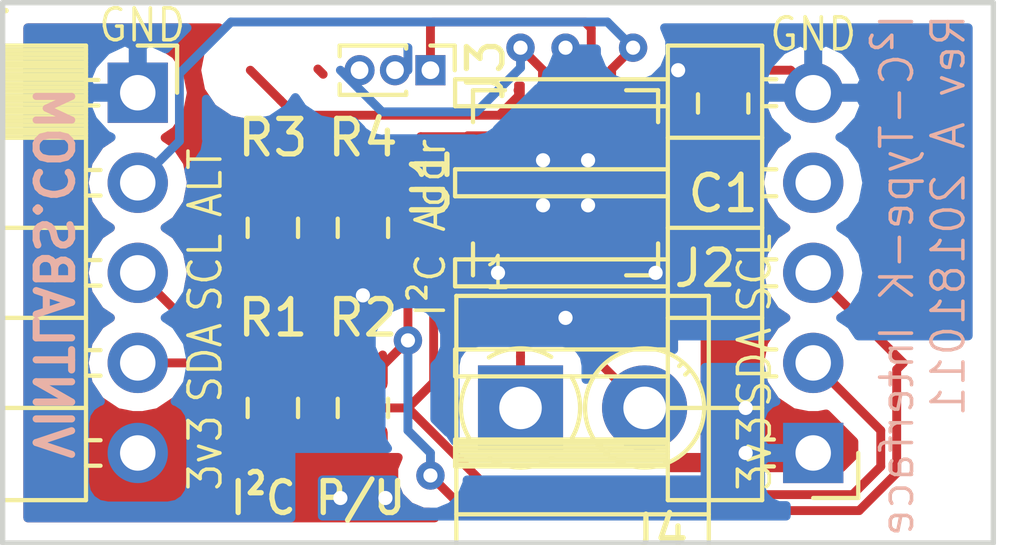
<source format=kicad_pcb>
(kicad_pcb (version 20171130) (host pcbnew 5.0.0)

  (general
    (thickness 1.6)
    (drawings 22)
    (tracks 114)
    (zones 0)
    (modules 10)
    (nets 13)
  )

  (page A4)
  (layers
    (0 F.Cu signal hide)
    (31 B.Cu signal hide)
    (32 B.Adhes user)
    (33 F.Adhes user)
    (34 B.Paste user)
    (35 F.Paste user)
    (36 B.SilkS user)
    (37 F.SilkS user)
    (38 B.Mask user)
    (39 F.Mask user)
    (40 Dwgs.User user)
    (41 Cmts.User user)
    (42 Eco1.User user)
    (43 Eco2.User user)
    (44 Edge.Cuts user)
    (45 Margin user)
    (46 B.CrtYd user)
    (47 F.CrtYd user)
    (48 B.Fab user)
    (49 F.Fab user)
  )

  (setup
    (last_trace_width 0.25)
    (trace_clearance 0.2)
    (zone_clearance 0.508)
    (zone_45_only no)
    (trace_min 0.2)
    (segment_width 0.2)
    (edge_width 0.15)
    (via_size 0.8)
    (via_drill 0.4)
    (via_min_size 0.4)
    (via_min_drill 0.3)
    (uvia_size 0.3)
    (uvia_drill 0.1)
    (uvias_allowed no)
    (uvia_min_size 0.2)
    (uvia_min_drill 0.1)
    (pcb_text_width 0.3)
    (pcb_text_size 1.5 1.5)
    (mod_edge_width 0.15)
    (mod_text_size 1 1)
    (mod_text_width 0.15)
    (pad_size 2.5 2.5)
    (pad_drill 0)
    (pad_to_mask_clearance 0.2)
    (aux_axis_origin 0 0)
    (visible_elements FFFFFF7F)
    (pcbplotparams
      (layerselection 0x010fc_ffffffff)
      (usegerberextensions false)
      (usegerberattributes false)
      (usegerberadvancedattributes false)
      (creategerberjobfile false)
      (excludeedgelayer true)
      (linewidth 0.100000)
      (plotframeref false)
      (viasonmask false)
      (mode 1)
      (useauxorigin false)
      (hpglpennumber 1)
      (hpglpenspeed 20)
      (hpglpendiameter 15.000000)
      (psnegative false)
      (psa4output false)
      (plotreference true)
      (plotvalue true)
      (plotinvisibletext false)
      (padsonsilk false)
      (subtractmaskfromsilk false)
      (outputformat 1)
      (mirror false)
      (drillshape 0)
      (scaleselection 1)
      (outputdirectory "gerber/"))
  )

  (net 0 "")
  (net 1 VDD)
  (net 2 SDA)
  (net 3 SCL)
  (net 4 "Net-(R3-Pad2)")
  (net 5 Earth)
  (net 6 "Net-(J2-Pad1)")
  (net 7 "Net-(J2-Pad2)")
  (net 8 ALERT1)
  (net 9 "Net-(J3-Pad2)")
  (net 10 "Net-(J3-Pad3)")
  (net 11 /ALERT2)
  (net 12 "Net-(J4-Pad2)")

  (net_class Default "This is the default net class."
    (clearance 0.2)
    (trace_width 0.25)
    (via_dia 0.8)
    (via_drill 0.4)
    (uvia_dia 0.3)
    (uvia_drill 0.1)
    (add_net /ALERT2)
    (add_net ALERT1)
    (add_net Earth)
    (add_net "Net-(J2-Pad1)")
    (add_net "Net-(J2-Pad2)")
    (add_net "Net-(J3-Pad2)")
    (add_net "Net-(J3-Pad3)")
    (add_net "Net-(J4-Pad2)")
    (add_net "Net-(R3-Pad2)")
    (add_net SCL)
    (add_net SDA)
    (add_net VDD)
  )

  (module Connector_PinHeader_1.00mm:PinHeader_1x03_P1.00mm_Vertical (layer F.Cu) (tedit 59FED738) (tstamp 5BC932CF)
    (at 191.135 80.645 270)
    (descr "Through hole straight pin header, 1x03, 1.00mm pitch, single row")
    (tags "Through hole pin header THT 1x03 1.00mm single row")
    (path /5BC65029)
    (fp_text reference J3 (at 0 -1.56 270) (layer F.SilkS)
      (effects (font (size 1 1) (thickness 0.15)))
    )
    (fp_text value Conn_01x03 (at 0 3.56 270) (layer F.Fab)
      (effects (font (size 1 1) (thickness 0.15)))
    )
    (fp_line (start -0.3175 -0.5) (end 0.635 -0.5) (layer F.Fab) (width 0.1))
    (fp_line (start 0.635 -0.5) (end 0.635 2.5) (layer F.Fab) (width 0.1))
    (fp_line (start 0.635 2.5) (end -0.635 2.5) (layer F.Fab) (width 0.1))
    (fp_line (start -0.635 2.5) (end -0.635 -0.1825) (layer F.Fab) (width 0.1))
    (fp_line (start -0.635 -0.1825) (end -0.3175 -0.5) (layer F.Fab) (width 0.1))
    (fp_line (start -0.695 2.56) (end -0.394493 2.56) (layer F.SilkS) (width 0.12))
    (fp_line (start 0.394493 2.56) (end 0.695 2.56) (layer F.SilkS) (width 0.12))
    (fp_line (start -0.695 0.685) (end -0.695 2.56) (layer F.SilkS) (width 0.12))
    (fp_line (start 0.695 0.685) (end 0.695 2.56) (layer F.SilkS) (width 0.12))
    (fp_line (start -0.695 0.685) (end -0.608276 0.685) (layer F.SilkS) (width 0.12))
    (fp_line (start 0.608276 0.685) (end 0.695 0.685) (layer F.SilkS) (width 0.12))
    (fp_line (start -0.695 0) (end -0.695 -0.685) (layer F.SilkS) (width 0.12))
    (fp_line (start -0.695 -0.685) (end 0 -0.685) (layer F.SilkS) (width 0.12))
    (fp_line (start -1.15 -1) (end -1.15 3) (layer F.CrtYd) (width 0.05))
    (fp_line (start -1.15 3) (end 1.15 3) (layer F.CrtYd) (width 0.05))
    (fp_line (start 1.15 3) (end 1.15 -1) (layer F.CrtYd) (width 0.05))
    (fp_line (start 1.15 -1) (end -1.15 -1) (layer F.CrtYd) (width 0.05))
    (fp_text user %R (at 0 1) (layer F.Fab)
      (effects (font (size 0.76 0.76) (thickness 0.114)))
    )
    (pad 1 thru_hole rect (at 0 0 270) (size 0.85 0.85) (drill 0.5) (layers *.Cu *.Mask)
      (net 11 /ALERT2))
    (pad 2 thru_hole oval (at 0 1 270) (size 0.85 0.85) (drill 0.5) (layers *.Cu *.Mask)
      (net 9 "Net-(J3-Pad2)"))
    (pad 3 thru_hole oval (at 0 2 270) (size 0.85 0.85) (drill 0.5) (layers *.Cu *.Mask)
      (net 10 "Net-(J3-Pad3)"))
    (model ${KISYS3DMOD}/Connector_PinHeader_1.00mm.3dshapes/PinHeader_1x03_P1.00mm_Vertical.wrl
      (at (xyz 0 0 0))
      (scale (xyz 1 1 1))
      (rotate (xyz 0 0 0))
    )
  )

  (module Connector_PinHeader_2.54mm:PinHeader_1x05_P2.54mm_Horizontal (layer F.Cu) (tedit 59FED5CB) (tstamp 5BC93276)
    (at 201.93 91.44 180)
    (descr "Through hole angled pin header, 1x05, 2.54mm pitch, 6mm pin length, single row")
    (tags "Through hole angled pin header THT 1x05 2.54mm single row")
    (path /5BC4960F)
    (fp_text reference J4 (at 4.385 -2.27 180) (layer F.SilkS)
      (effects (font (size 1 1) (thickness 0.15)))
    )
    (fp_text value Conn_01x05 (at 4.385 12.43 180) (layer F.Fab)
      (effects (font (size 1 1) (thickness 0.15)))
    )
    (fp_line (start 2.135 -1.27) (end 4.04 -1.27) (layer F.Fab) (width 0.1))
    (fp_line (start 4.04 -1.27) (end 4.04 11.43) (layer F.Fab) (width 0.1))
    (fp_line (start 4.04 11.43) (end 1.5 11.43) (layer F.Fab) (width 0.1))
    (fp_line (start 1.5 11.43) (end 1.5 -0.635) (layer F.Fab) (width 0.1))
    (fp_line (start 1.5 -0.635) (end 2.135 -1.27) (layer F.Fab) (width 0.1))
    (fp_line (start -0.32 -0.32) (end 1.5 -0.32) (layer F.Fab) (width 0.1))
    (fp_line (start -0.32 -0.32) (end -0.32 0.32) (layer F.Fab) (width 0.1))
    (fp_line (start -0.32 0.32) (end 1.5 0.32) (layer F.Fab) (width 0.1))
    (fp_line (start 4.04 -0.32) (end 10.04 -0.32) (layer F.Fab) (width 0.1))
    (fp_line (start 10.04 -0.32) (end 10.04 0.32) (layer F.Fab) (width 0.1))
    (fp_line (start 4.04 0.32) (end 10.04 0.32) (layer F.Fab) (width 0.1))
    (fp_line (start -0.32 2.22) (end 1.5 2.22) (layer F.Fab) (width 0.1))
    (fp_line (start -0.32 2.22) (end -0.32 2.86) (layer F.Fab) (width 0.1))
    (fp_line (start -0.32 2.86) (end 1.5 2.86) (layer F.Fab) (width 0.1))
    (fp_line (start 4.04 2.22) (end 10.04 2.22) (layer F.Fab) (width 0.1))
    (fp_line (start 10.04 2.22) (end 10.04 2.86) (layer F.Fab) (width 0.1))
    (fp_line (start 4.04 2.86) (end 10.04 2.86) (layer F.Fab) (width 0.1))
    (fp_line (start -0.32 4.76) (end 1.5 4.76) (layer F.Fab) (width 0.1))
    (fp_line (start -0.32 4.76) (end -0.32 5.4) (layer F.Fab) (width 0.1))
    (fp_line (start -0.32 5.4) (end 1.5 5.4) (layer F.Fab) (width 0.1))
    (fp_line (start 4.04 4.76) (end 10.04 4.76) (layer F.Fab) (width 0.1))
    (fp_line (start 10.04 4.76) (end 10.04 5.4) (layer F.Fab) (width 0.1))
    (fp_line (start 4.04 5.4) (end 10.04 5.4) (layer F.Fab) (width 0.1))
    (fp_line (start -0.32 7.3) (end 1.5 7.3) (layer F.Fab) (width 0.1))
    (fp_line (start -0.32 7.3) (end -0.32 7.94) (layer F.Fab) (width 0.1))
    (fp_line (start -0.32 7.94) (end 1.5 7.94) (layer F.Fab) (width 0.1))
    (fp_line (start 4.04 7.3) (end 10.04 7.3) (layer F.Fab) (width 0.1))
    (fp_line (start 10.04 7.3) (end 10.04 7.94) (layer F.Fab) (width 0.1))
    (fp_line (start 4.04 7.94) (end 10.04 7.94) (layer F.Fab) (width 0.1))
    (fp_line (start -0.32 9.84) (end 1.5 9.84) (layer F.Fab) (width 0.1))
    (fp_line (start -0.32 9.84) (end -0.32 10.48) (layer F.Fab) (width 0.1))
    (fp_line (start -0.32 10.48) (end 1.5 10.48) (layer F.Fab) (width 0.1))
    (fp_line (start 4.04 9.84) (end 10.04 9.84) (layer F.Fab) (width 0.1))
    (fp_line (start 10.04 9.84) (end 10.04 10.48) (layer F.Fab) (width 0.1))
    (fp_line (start 4.04 10.48) (end 10.04 10.48) (layer F.Fab) (width 0.1))
    (fp_line (start 1.44 -1.33) (end 1.44 11.49) (layer F.SilkS) (width 0.12))
    (fp_line (start 1.44 11.49) (end 4.1 11.49) (layer F.SilkS) (width 0.12))
    (fp_line (start 4.1 11.49) (end 4.1 -1.33) (layer F.SilkS) (width 0.12))
    (fp_line (start 4.1 -1.33) (end 1.44 -1.33) (layer F.SilkS) (width 0.12))
    (fp_line (start 4.1 -0.38) (end 10.1 -0.38) (layer F.SilkS) (width 0.12))
    (fp_line (start 10.1 -0.38) (end 10.1 0.38) (layer F.SilkS) (width 0.12))
    (fp_line (start 10.1 0.38) (end 4.1 0.38) (layer F.SilkS) (width 0.12))
    (fp_line (start 4.1 -0.32) (end 10.1 -0.32) (layer F.SilkS) (width 0.12))
    (fp_line (start 4.1 -0.2) (end 10.1 -0.2) (layer F.SilkS) (width 0.12))
    (fp_line (start 4.1 -0.08) (end 10.1 -0.08) (layer F.SilkS) (width 0.12))
    (fp_line (start 4.1 0.04) (end 10.1 0.04) (layer F.SilkS) (width 0.12))
    (fp_line (start 4.1 0.16) (end 10.1 0.16) (layer F.SilkS) (width 0.12))
    (fp_line (start 4.1 0.28) (end 10.1 0.28) (layer F.SilkS) (width 0.12))
    (fp_line (start 1.11 -0.38) (end 1.44 -0.38) (layer F.SilkS) (width 0.12))
    (fp_line (start 1.11 0.38) (end 1.44 0.38) (layer F.SilkS) (width 0.12))
    (fp_line (start 1.44 1.27) (end 4.1 1.27) (layer F.SilkS) (width 0.12))
    (fp_line (start 4.1 2.16) (end 10.1 2.16) (layer F.SilkS) (width 0.12))
    (fp_line (start 10.1 2.16) (end 10.1 2.92) (layer F.SilkS) (width 0.12))
    (fp_line (start 10.1 2.92) (end 4.1 2.92) (layer F.SilkS) (width 0.12))
    (fp_line (start 1.042929 2.16) (end 1.44 2.16) (layer F.SilkS) (width 0.12))
    (fp_line (start 1.042929 2.92) (end 1.44 2.92) (layer F.SilkS) (width 0.12))
    (fp_line (start 1.44 3.81) (end 4.1 3.81) (layer F.SilkS) (width 0.12))
    (fp_line (start 4.1 4.7) (end 10.1 4.7) (layer F.SilkS) (width 0.12))
    (fp_line (start 10.1 4.7) (end 10.1 5.46) (layer F.SilkS) (width 0.12))
    (fp_line (start 10.1 5.46) (end 4.1 5.46) (layer F.SilkS) (width 0.12))
    (fp_line (start 1.042929 4.7) (end 1.44 4.7) (layer F.SilkS) (width 0.12))
    (fp_line (start 1.042929 5.46) (end 1.44 5.46) (layer F.SilkS) (width 0.12))
    (fp_line (start 1.44 6.35) (end 4.1 6.35) (layer F.SilkS) (width 0.12))
    (fp_line (start 4.1 7.24) (end 10.1 7.24) (layer F.SilkS) (width 0.12))
    (fp_line (start 10.1 7.24) (end 10.1 8) (layer F.SilkS) (width 0.12))
    (fp_line (start 10.1 8) (end 4.1 8) (layer F.SilkS) (width 0.12))
    (fp_line (start 1.042929 7.24) (end 1.44 7.24) (layer F.SilkS) (width 0.12))
    (fp_line (start 1.042929 8) (end 1.44 8) (layer F.SilkS) (width 0.12))
    (fp_line (start 1.44 8.89) (end 4.1 8.89) (layer F.SilkS) (width 0.12))
    (fp_line (start 4.1 9.78) (end 10.1 9.78) (layer F.SilkS) (width 0.12))
    (fp_line (start 10.1 9.78) (end 10.1 10.54) (layer F.SilkS) (width 0.12))
    (fp_line (start 10.1 10.54) (end 4.1 10.54) (layer F.SilkS) (width 0.12))
    (fp_line (start 1.042929 9.78) (end 1.44 9.78) (layer F.SilkS) (width 0.12))
    (fp_line (start 1.042929 10.54) (end 1.44 10.54) (layer F.SilkS) (width 0.12))
    (fp_line (start -1.27 0) (end -1.27 -1.27) (layer F.SilkS) (width 0.12))
    (fp_line (start -1.27 -1.27) (end 0 -1.27) (layer F.SilkS) (width 0.12))
    (fp_line (start -1.8 -1.8) (end -1.8 11.95) (layer F.CrtYd) (width 0.05))
    (fp_line (start -1.8 11.95) (end 10.55 11.95) (layer F.CrtYd) (width 0.05))
    (fp_line (start 10.55 11.95) (end 10.55 -1.8) (layer F.CrtYd) (width 0.05))
    (fp_line (start 10.55 -1.8) (end -1.8 -1.8) (layer F.CrtYd) (width 0.05))
    (fp_text user %R (at 2.77 5.08 270) (layer F.Fab)
      (effects (font (size 1 1) (thickness 0.15)))
    )
    (pad 1 thru_hole rect (at 0 0 180) (size 1.7 1.7) (drill 1) (layers *.Cu *.Mask)
      (net 5 Earth))
    (pad 2 thru_hole oval (at 0 2.54 180) (size 1.7 1.7) (drill 1) (layers *.Cu *.Mask)
      (net 12 "Net-(J4-Pad2)"))
    (pad 3 thru_hole oval (at 0 5.08 180) (size 1.7 1.7) (drill 1) (layers *.Cu *.Mask)
      (net 3 SCL))
    (pad 4 thru_hole oval (at 0 7.62 180) (size 1.7 1.7) (drill 1) (layers *.Cu *.Mask)
      (net 2 SDA))
    (pad 5 thru_hole oval (at 0 10.16 180) (size 1.7 1.7) (drill 1) (layers *.Cu *.Mask)
      (net 1 VDD))
    (model ${KISYS3DMOD}/Connector_PinHeader_2.54mm.3dshapes/PinHeader_1x05_P2.54mm_Horizontal.wrl
      (at (xyz 0 0 0))
      (scale (xyz 1 1 1))
      (rotate (xyz 0 0 0))
    )
  )

  (module Connector_PinSocket_2.54mm:PinSocket_1x05_P2.54mm_Horizontal (layer F.Cu) (tedit 5A19A431) (tstamp 5BC9322C)
    (at 182.88 81.28)
    (descr "Through hole angled socket strip, 1x05, 2.54mm pitch, 8.51mm socket length, single row (from Kicad 4.0.7), script generated")
    (tags "Through hole angled socket strip THT 1x05 2.54mm single row")
    (path /5BC0CED6)
    (fp_text reference J1 (at -4.38 -2.77) (layer F.SilkS)
      (effects (font (size 1 1) (thickness 0.15)))
    )
    (fp_text value Conn_01x05 (at -4.38 12.93) (layer F.Fab)
      (effects (font (size 1 1) (thickness 0.15)))
    )
    (fp_line (start -10.03 -1.27) (end -2.49 -1.27) (layer F.Fab) (width 0.1))
    (fp_line (start -2.49 -1.27) (end -1.52 -0.3) (layer F.Fab) (width 0.1))
    (fp_line (start -1.52 -0.3) (end -1.52 11.43) (layer F.Fab) (width 0.1))
    (fp_line (start -1.52 11.43) (end -10.03 11.43) (layer F.Fab) (width 0.1))
    (fp_line (start -10.03 11.43) (end -10.03 -1.27) (layer F.Fab) (width 0.1))
    (fp_line (start 0 -0.3) (end -1.52 -0.3) (layer F.Fab) (width 0.1))
    (fp_line (start -1.52 0.3) (end 0 0.3) (layer F.Fab) (width 0.1))
    (fp_line (start 0 0.3) (end 0 -0.3) (layer F.Fab) (width 0.1))
    (fp_line (start 0 2.24) (end -1.52 2.24) (layer F.Fab) (width 0.1))
    (fp_line (start -1.52 2.84) (end 0 2.84) (layer F.Fab) (width 0.1))
    (fp_line (start 0 2.84) (end 0 2.24) (layer F.Fab) (width 0.1))
    (fp_line (start 0 4.78) (end -1.52 4.78) (layer F.Fab) (width 0.1))
    (fp_line (start -1.52 5.38) (end 0 5.38) (layer F.Fab) (width 0.1))
    (fp_line (start 0 5.38) (end 0 4.78) (layer F.Fab) (width 0.1))
    (fp_line (start 0 7.32) (end -1.52 7.32) (layer F.Fab) (width 0.1))
    (fp_line (start -1.52 7.92) (end 0 7.92) (layer F.Fab) (width 0.1))
    (fp_line (start 0 7.92) (end 0 7.32) (layer F.Fab) (width 0.1))
    (fp_line (start 0 9.86) (end -1.52 9.86) (layer F.Fab) (width 0.1))
    (fp_line (start -1.52 10.46) (end 0 10.46) (layer F.Fab) (width 0.1))
    (fp_line (start 0 10.46) (end 0 9.86) (layer F.Fab) (width 0.1))
    (fp_line (start -10.09 -1.21) (end -1.46 -1.21) (layer F.SilkS) (width 0.12))
    (fp_line (start -10.09 -1.091905) (end -1.46 -1.091905) (layer F.SilkS) (width 0.12))
    (fp_line (start -10.09 -0.97381) (end -1.46 -0.97381) (layer F.SilkS) (width 0.12))
    (fp_line (start -10.09 -0.855715) (end -1.46 -0.855715) (layer F.SilkS) (width 0.12))
    (fp_line (start -10.09 -0.73762) (end -1.46 -0.73762) (layer F.SilkS) (width 0.12))
    (fp_line (start -10.09 -0.619525) (end -1.46 -0.619525) (layer F.SilkS) (width 0.12))
    (fp_line (start -10.09 -0.50143) (end -1.46 -0.50143) (layer F.SilkS) (width 0.12))
    (fp_line (start -10.09 -0.383335) (end -1.46 -0.383335) (layer F.SilkS) (width 0.12))
    (fp_line (start -10.09 -0.26524) (end -1.46 -0.26524) (layer F.SilkS) (width 0.12))
    (fp_line (start -10.09 -0.147145) (end -1.46 -0.147145) (layer F.SilkS) (width 0.12))
    (fp_line (start -10.09 -0.02905) (end -1.46 -0.02905) (layer F.SilkS) (width 0.12))
    (fp_line (start -10.09 0.089045) (end -1.46 0.089045) (layer F.SilkS) (width 0.12))
    (fp_line (start -10.09 0.20714) (end -1.46 0.20714) (layer F.SilkS) (width 0.12))
    (fp_line (start -10.09 0.325235) (end -1.46 0.325235) (layer F.SilkS) (width 0.12))
    (fp_line (start -10.09 0.44333) (end -1.46 0.44333) (layer F.SilkS) (width 0.12))
    (fp_line (start -10.09 0.561425) (end -1.46 0.561425) (layer F.SilkS) (width 0.12))
    (fp_line (start -10.09 0.67952) (end -1.46 0.67952) (layer F.SilkS) (width 0.12))
    (fp_line (start -10.09 0.797615) (end -1.46 0.797615) (layer F.SilkS) (width 0.12))
    (fp_line (start -10.09 0.91571) (end -1.46 0.91571) (layer F.SilkS) (width 0.12))
    (fp_line (start -10.09 1.033805) (end -1.46 1.033805) (layer F.SilkS) (width 0.12))
    (fp_line (start -10.09 1.1519) (end -1.46 1.1519) (layer F.SilkS) (width 0.12))
    (fp_line (start -1.46 -0.36) (end -1.11 -0.36) (layer F.SilkS) (width 0.12))
    (fp_line (start -1.46 0.36) (end -1.11 0.36) (layer F.SilkS) (width 0.12))
    (fp_line (start -1.46 2.18) (end -1.05 2.18) (layer F.SilkS) (width 0.12))
    (fp_line (start -1.46 2.9) (end -1.05 2.9) (layer F.SilkS) (width 0.12))
    (fp_line (start -1.46 4.72) (end -1.05 4.72) (layer F.SilkS) (width 0.12))
    (fp_line (start -1.46 5.44) (end -1.05 5.44) (layer F.SilkS) (width 0.12))
    (fp_line (start -1.46 7.26) (end -1.05 7.26) (layer F.SilkS) (width 0.12))
    (fp_line (start -1.46 7.98) (end -1.05 7.98) (layer F.SilkS) (width 0.12))
    (fp_line (start -1.46 9.8) (end -1.05 9.8) (layer F.SilkS) (width 0.12))
    (fp_line (start -1.46 10.52) (end -1.05 10.52) (layer F.SilkS) (width 0.12))
    (fp_line (start -10.09 1.27) (end -1.46 1.27) (layer F.SilkS) (width 0.12))
    (fp_line (start -10.09 3.81) (end -1.46 3.81) (layer F.SilkS) (width 0.12))
    (fp_line (start -10.09 6.35) (end -1.46 6.35) (layer F.SilkS) (width 0.12))
    (fp_line (start -10.09 8.89) (end -1.46 8.89) (layer F.SilkS) (width 0.12))
    (fp_line (start -10.09 -1.33) (end -1.46 -1.33) (layer F.SilkS) (width 0.12))
    (fp_line (start -1.46 -1.33) (end -1.46 11.49) (layer F.SilkS) (width 0.12))
    (fp_line (start -10.09 11.49) (end -1.46 11.49) (layer F.SilkS) (width 0.12))
    (fp_line (start -10.09 -1.33) (end -10.09 11.49) (layer F.SilkS) (width 0.12))
    (fp_line (start 1.11 -1.33) (end 1.11 0) (layer F.SilkS) (width 0.12))
    (fp_line (start 0 -1.33) (end 1.11 -1.33) (layer F.SilkS) (width 0.12))
    (fp_line (start 1.75 -1.75) (end -10.55 -1.75) (layer F.CrtYd) (width 0.05))
    (fp_line (start -10.55 -1.75) (end -10.55 11.95) (layer F.CrtYd) (width 0.05))
    (fp_line (start -10.55 11.95) (end 1.75 11.95) (layer F.CrtYd) (width 0.05))
    (fp_line (start 1.75 11.95) (end 1.75 -1.75) (layer F.CrtYd) (width 0.05))
    (fp_text user %R (at -5.775 5.08 90) (layer F.Fab)
      (effects (font (size 1 1) (thickness 0.15)))
    )
    (pad 1 thru_hole rect (at 0 0) (size 1.7 1.7) (drill 1) (layers *.Cu *.Mask)
      (net 5 Earth))
    (pad 2 thru_hole oval (at 0 2.54) (size 1.7 1.7) (drill 1) (layers *.Cu *.Mask)
      (net 8 ALERT1))
    (pad 3 thru_hole oval (at 0 5.08) (size 1.7 1.7) (drill 1) (layers *.Cu *.Mask)
      (net 3 SCL))
    (pad 4 thru_hole oval (at 0 7.62) (size 1.7 1.7) (drill 1) (layers *.Cu *.Mask)
      (net 2 SDA))
    (pad 5 thru_hole oval (at 0 10.16) (size 1.7 1.7) (drill 1) (layers *.Cu *.Mask)
      (net 1 VDD))
    (model ${KISYS3DMOD}/Connector_PinSocket_2.54mm.3dshapes/PinSocket_1x05_P2.54mm_Horizontal.wrl
      (at (xyz 0 0 0))
      (scale (xyz 1 1 1))
      (rotate (xyz 0 0 0))
    )
  )

  (module Package_DFN_QFN:QFN-20-1EP_5x5mm_P0.65mm_EP3.35x3.35mm (layer F.Cu) (tedit 5B4E6D2C) (tstamp 5BC931FF)
    (at 194.945 83.82 90)
    (descr "QFN, 20 Pin (http://ww1.microchip.com/downloads/en/PackagingSpec/00000049BQ.pdf (Page 276)), generated with kicad-footprint-generator ipc_dfn_qfn_generator.py")
    (tags "QFN DFN_QFN")
    (path /5BBF06EE)
    (attr smd)
    (fp_text reference U1 (at 0 -3.8 90) (layer F.SilkS)
      (effects (font (size 1 1) (thickness 0.15)))
    )
    (fp_text value MCP9600 (at 0 3.8 90) (layer F.Fab)
      (effects (font (size 1 1) (thickness 0.15)))
    )
    (fp_line (start 1.71 -2.61) (end 2.61 -2.61) (layer F.SilkS) (width 0.12))
    (fp_line (start 2.61 -2.61) (end 2.61 -1.71) (layer F.SilkS) (width 0.12))
    (fp_line (start -1.71 2.61) (end -2.61 2.61) (layer F.SilkS) (width 0.12))
    (fp_line (start -2.61 2.61) (end -2.61 1.71) (layer F.SilkS) (width 0.12))
    (fp_line (start 1.71 2.61) (end 2.61 2.61) (layer F.SilkS) (width 0.12))
    (fp_line (start 2.61 2.61) (end 2.61 1.71) (layer F.SilkS) (width 0.12))
    (fp_line (start -1.71 -2.61) (end -2.61 -2.61) (layer F.SilkS) (width 0.12))
    (fp_line (start -1.5 -2.5) (end 2.5 -2.5) (layer F.Fab) (width 0.1))
    (fp_line (start 2.5 -2.5) (end 2.5 2.5) (layer F.Fab) (width 0.1))
    (fp_line (start 2.5 2.5) (end -2.5 2.5) (layer F.Fab) (width 0.1))
    (fp_line (start -2.5 2.5) (end -2.5 -1.5) (layer F.Fab) (width 0.1))
    (fp_line (start -2.5 -1.5) (end -1.5 -2.5) (layer F.Fab) (width 0.1))
    (fp_line (start -3.1 -3.1) (end -3.1 3.1) (layer F.CrtYd) (width 0.05))
    (fp_line (start -3.1 3.1) (end 3.1 3.1) (layer F.CrtYd) (width 0.05))
    (fp_line (start 3.1 3.1) (end 3.1 -3.1) (layer F.CrtYd) (width 0.05))
    (fp_line (start 3.1 -3.1) (end -3.1 -3.1) (layer F.CrtYd) (width 0.05))
    (fp_text user %R (at 0 0 90) (layer F.Fab)
      (effects (font (size 1 1) (thickness 0.15)))
    )
    (pad 21 smd roundrect (at 0 0 90) (size 3.35 3.35) (layers F.Cu F.Mask) (roundrect_rratio 0.074627))
    (pad "" smd roundrect (at -0.84 -0.84 90) (size 1.35 1.35) (layers F.Paste) (roundrect_rratio 0.185185))
    (pad "" smd roundrect (at -0.84 0.84 90) (size 1.35 1.35) (layers F.Paste) (roundrect_rratio 0.185185))
    (pad "" smd roundrect (at 0.84 -0.84 90) (size 1.35 1.35) (layers F.Paste) (roundrect_rratio 0.185185))
    (pad "" smd roundrect (at 0.84 0.84 90) (size 1.35 1.35) (layers F.Paste) (roundrect_rratio 0.185185))
    (pad 1 smd roundrect (at -2.475 -1.3 90) (size 0.75 0.3) (layers F.Cu F.Paste F.Mask) (roundrect_rratio 0.25)
      (net 5 Earth))
    (pad 2 smd roundrect (at -2.475 -0.65 90) (size 0.75 0.3) (layers F.Cu F.Paste F.Mask) (roundrect_rratio 0.25)
      (net 6 "Net-(J2-Pad1)"))
    (pad 3 smd roundrect (at -2.475 0 90) (size 0.75 0.3) (layers F.Cu F.Paste F.Mask) (roundrect_rratio 0.25)
      (net 5 Earth))
    (pad 4 smd roundrect (at -2.475 0.65 90) (size 0.75 0.3) (layers F.Cu F.Paste F.Mask) (roundrect_rratio 0.25)
      (net 7 "Net-(J2-Pad2)"))
    (pad 5 smd roundrect (at -2.475 1.3 90) (size 0.75 0.3) (layers F.Cu F.Paste F.Mask) (roundrect_rratio 0.25)
      (net 5 Earth))
    (pad 6 smd roundrect (at -1.3 2.475 90) (size 0.3 0.75) (layers F.Cu F.Paste F.Mask) (roundrect_rratio 0.25)
      (net 5 Earth))
    (pad 7 smd roundrect (at -0.65 2.475 90) (size 0.3 0.75) (layers F.Cu F.Paste F.Mask) (roundrect_rratio 0.25)
      (net 5 Earth))
    (pad 8 smd roundrect (at 0 2.475 90) (size 0.3 0.75) (layers F.Cu F.Paste F.Mask) (roundrect_rratio 0.25)
      (net 1 VDD))
    (pad 9 smd roundrect (at 0.65 2.475 90) (size 0.3 0.75) (layers F.Cu F.Paste F.Mask) (roundrect_rratio 0.25)
      (net 5 Earth))
    (pad 10 smd roundrect (at 1.3 2.475 90) (size 0.3 0.75) (layers F.Cu F.Paste F.Mask) (roundrect_rratio 0.25)
      (net 5 Earth))
    (pad 11 smd roundrect (at 2.475 1.3 90) (size 0.75 0.3) (layers F.Cu F.Paste F.Mask) (roundrect_rratio 0.25)
      (net 8 ALERT1))
    (pad 12 smd roundrect (at 2.475 0.65 90) (size 0.75 0.3) (layers F.Cu F.Paste F.Mask) (roundrect_rratio 0.25)
      (net 11 /ALERT2))
    (pad 13 smd roundrect (at 2.475 0 90) (size 0.75 0.3) (layers F.Cu F.Paste F.Mask) (roundrect_rratio 0.25)
      (net 5 Earth))
    (pad 14 smd roundrect (at 2.475 -0.65 90) (size 0.75 0.3) (layers F.Cu F.Paste F.Mask) (roundrect_rratio 0.25)
      (net 9 "Net-(J3-Pad2)"))
    (pad 15 smd roundrect (at 2.475 -1.3 90) (size 0.75 0.3) (layers F.Cu F.Paste F.Mask) (roundrect_rratio 0.25)
      (net 10 "Net-(J3-Pad3)"))
    (pad 16 smd roundrect (at 1.3 -2.475 90) (size 0.3 0.75) (layers F.Cu F.Paste F.Mask) (roundrect_rratio 0.25)
      (net 4 "Net-(R3-Pad2)"))
    (pad 17 smd roundrect (at 0.65 -2.475 90) (size 0.3 0.75) (layers F.Cu F.Paste F.Mask) (roundrect_rratio 0.25)
      (net 5 Earth))
    (pad 18 smd roundrect (at 0 -2.475 90) (size 0.3 0.75) (layers F.Cu F.Paste F.Mask) (roundrect_rratio 0.25)
      (net 5 Earth))
    (pad 19 smd roundrect (at -0.65 -2.475 90) (size 0.3 0.75) (layers F.Cu F.Paste F.Mask) (roundrect_rratio 0.25)
      (net 3 SCL))
    (pad 20 smd roundrect (at -1.3 -2.475 90) (size 0.3 0.75) (layers F.Cu F.Paste F.Mask) (roundrect_rratio 0.25)
      (net 2 SDA))
    (model ${KISYS3DMOD}/Package_DFN_QFN.3dshapes/QFN-20-1EP_5x5mm_P0.65mm_EP3.35x3.35mm.wrl
      (at (xyz 0 0 0))
      (scale (xyz 1 1 1))
      (rotate (xyz 0 0 0))
    )
  )

  (module Capacitor_SMD:C_0805_2012Metric (layer F.Cu) (tedit 5BBFEB2D) (tstamp 5BCB1204)
    (at 199.39 81.5825 90)
    (descr "Capacitor SMD 0805 (2012 Metric), square (rectangular) end terminal, IPC_7351 nominal, (Body size source: https://docs.google.com/spreadsheets/d/1BsfQQcO9C6DZCsRaXUlFlo91Tg2WpOkGARC1WS5S8t0/edit?usp=sharing), generated with kicad-footprint-generator")
    (tags capacitor)
    (path /5BBF23E1)
    (attr smd)
    (fp_text reference C1 (at -2.54 0 180) (layer F.SilkS)
      (effects (font (size 1 1) (thickness 0.15)))
    )
    (fp_text value 10uF (at 0 1.65 90) (layer F.Fab) hide
      (effects (font (size 1 1) (thickness 0.15)))
    )
    (fp_line (start -1 0.6) (end -1 -0.6) (layer F.Fab) (width 0.1))
    (fp_line (start -1 -0.6) (end 1 -0.6) (layer F.Fab) (width 0.1))
    (fp_line (start 1 -0.6) (end 1 0.6) (layer F.Fab) (width 0.1))
    (fp_line (start 1 0.6) (end -1 0.6) (layer F.Fab) (width 0.1))
    (fp_line (start -0.258578 -0.71) (end 0.258578 -0.71) (layer F.SilkS) (width 0.12))
    (fp_line (start -0.258578 0.71) (end 0.258578 0.71) (layer F.SilkS) (width 0.12))
    (fp_line (start -1.68 0.95) (end -1.68 -0.95) (layer F.CrtYd) (width 0.05))
    (fp_line (start -1.68 -0.95) (end 1.68 -0.95) (layer F.CrtYd) (width 0.05))
    (fp_line (start 1.68 -0.95) (end 1.68 0.95) (layer F.CrtYd) (width 0.05))
    (fp_line (start 1.68 0.95) (end -1.68 0.95) (layer F.CrtYd) (width 0.05))
    (fp_text user %R (at 0 0 90) (layer F.Fab)
      (effects (font (size 0.5 0.5) (thickness 0.08)))
    )
    (pad 1 smd roundrect (at -0.9375 0 90) (size 0.975 1.4) (layers F.Cu F.Paste F.Mask) (roundrect_rratio 0.25)
      (net 1 VDD))
    (pad 2 smd roundrect (at 0.9375 0 90) (size 0.975 1.4) (layers F.Cu F.Paste F.Mask) (roundrect_rratio 0.25)
      (net 5 Earth))
    (model ${KISYS3DMOD}/Capacitor_SMD.3dshapes/C_0805_2012Metric.wrl
      (at (xyz 0 0 0))
      (scale (xyz 1 1 1))
      (rotate (xyz 0 0 0))
    )
  )

  (module Resistor_SMD:R_0805_2012Metric (layer F.Cu) (tedit 5B36C52B) (tstamp 5BCB1123)
    (at 189.23 85.09 270)
    (descr "Resistor SMD 0805 (2012 Metric), square (rectangular) end terminal, IPC_7351 nominal, (Body size source: https://docs.google.com/spreadsheets/d/1BsfQQcO9C6DZCsRaXUlFlo91Tg2WpOkGARC1WS5S8t0/edit?usp=sharing), generated with kicad-footprint-generator")
    (tags resistor)
    (path /5BBF9637)
    (attr smd)
    (fp_text reference R4 (at -2.54 0) (layer F.SilkS)
      (effects (font (size 1 1) (thickness 0.15)))
    )
    (fp_text value 10k (at 0 1.65 270) (layer F.Fab)
      (effects (font (size 1 1) (thickness 0.15)))
    )
    (fp_text user %R (at 0 0 270) (layer F.Fab)
      (effects (font (size 0.5 0.5) (thickness 0.08)))
    )
    (fp_line (start 1.68 0.95) (end -1.68 0.95) (layer F.CrtYd) (width 0.05))
    (fp_line (start 1.68 -0.95) (end 1.68 0.95) (layer F.CrtYd) (width 0.05))
    (fp_line (start -1.68 -0.95) (end 1.68 -0.95) (layer F.CrtYd) (width 0.05))
    (fp_line (start -1.68 0.95) (end -1.68 -0.95) (layer F.CrtYd) (width 0.05))
    (fp_line (start -0.258578 0.71) (end 0.258578 0.71) (layer F.SilkS) (width 0.12))
    (fp_line (start -0.258578 -0.71) (end 0.258578 -0.71) (layer F.SilkS) (width 0.12))
    (fp_line (start 1 0.6) (end -1 0.6) (layer F.Fab) (width 0.1))
    (fp_line (start 1 -0.6) (end 1 0.6) (layer F.Fab) (width 0.1))
    (fp_line (start -1 -0.6) (end 1 -0.6) (layer F.Fab) (width 0.1))
    (fp_line (start -1 0.6) (end -1 -0.6) (layer F.Fab) (width 0.1))
    (pad 2 smd roundrect (at 0.9375 0 270) (size 0.975 1.4) (layers F.Cu F.Paste F.Mask) (roundrect_rratio 0.25)
      (net 5 Earth))
    (pad 1 smd roundrect (at -0.9375 0 270) (size 0.975 1.4) (layers F.Cu F.Paste F.Mask) (roundrect_rratio 0.25)
      (net 4 "Net-(R3-Pad2)"))
    (model ${KISYS3DMOD}/Resistor_SMD.3dshapes/R_0805_2012Metric.wrl
      (at (xyz 0 0 0))
      (scale (xyz 1 1 1))
      (rotate (xyz 0 0 0))
    )
  )

  (module Resistor_SMD:R_0805_2012Metric (layer F.Cu) (tedit 5B36C52B) (tstamp 5BCB1112)
    (at 186.69 85.09 90)
    (descr "Resistor SMD 0805 (2012 Metric), square (rectangular) end terminal, IPC_7351 nominal, (Body size source: https://docs.google.com/spreadsheets/d/1BsfQQcO9C6DZCsRaXUlFlo91Tg2WpOkGARC1WS5S8t0/edit?usp=sharing), generated with kicad-footprint-generator")
    (tags resistor)
    (path /5BBF956A)
    (attr smd)
    (fp_text reference R3 (at 2.54 0 180) (layer F.SilkS)
      (effects (font (size 1 1) (thickness 0.15)))
    )
    (fp_text value 10k (at 0 1.65 90) (layer F.Fab)
      (effects (font (size 1 1) (thickness 0.15)))
    )
    (fp_line (start -1 0.6) (end -1 -0.6) (layer F.Fab) (width 0.1))
    (fp_line (start -1 -0.6) (end 1 -0.6) (layer F.Fab) (width 0.1))
    (fp_line (start 1 -0.6) (end 1 0.6) (layer F.Fab) (width 0.1))
    (fp_line (start 1 0.6) (end -1 0.6) (layer F.Fab) (width 0.1))
    (fp_line (start -0.258578 -0.71) (end 0.258578 -0.71) (layer F.SilkS) (width 0.12))
    (fp_line (start -0.258578 0.71) (end 0.258578 0.71) (layer F.SilkS) (width 0.12))
    (fp_line (start -1.68 0.95) (end -1.68 -0.95) (layer F.CrtYd) (width 0.05))
    (fp_line (start -1.68 -0.95) (end 1.68 -0.95) (layer F.CrtYd) (width 0.05))
    (fp_line (start 1.68 -0.95) (end 1.68 0.95) (layer F.CrtYd) (width 0.05))
    (fp_line (start 1.68 0.95) (end -1.68 0.95) (layer F.CrtYd) (width 0.05))
    (fp_text user %R (at 0 0 90) (layer F.Fab)
      (effects (font (size 0.5 0.5) (thickness 0.08)))
    )
    (pad 1 smd roundrect (at -0.9375 0 90) (size 0.975 1.4) (layers F.Cu F.Paste F.Mask) (roundrect_rratio 0.25)
      (net 1 VDD))
    (pad 2 smd roundrect (at 0.9375 0 90) (size 0.975 1.4) (layers F.Cu F.Paste F.Mask) (roundrect_rratio 0.25)
      (net 4 "Net-(R3-Pad2)"))
    (model ${KISYS3DMOD}/Resistor_SMD.3dshapes/R_0805_2012Metric.wrl
      (at (xyz 0 0 0))
      (scale (xyz 1 1 1))
      (rotate (xyz 0 0 0))
    )
  )

  (module Resistor_SMD:R_0805_2012Metric (layer F.Cu) (tedit 5BBFE981) (tstamp 5BCB1101)
    (at 189.23 90.17 90)
    (descr "Resistor SMD 0805 (2012 Metric), square (rectangular) end terminal, IPC_7351 nominal, (Body size source: https://docs.google.com/spreadsheets/d/1BsfQQcO9C6DZCsRaXUlFlo91Tg2WpOkGARC1WS5S8t0/edit?usp=sharing), generated with kicad-footprint-generator")
    (tags resistor)
    (path /5BC16F9A)
    (attr smd)
    (fp_text reference R2 (at 2.54 0 180) (layer F.SilkS)
      (effects (font (size 1 1) (thickness 0.15)))
    )
    (fp_text value 10k (at 0 1.65 90) (layer F.Fab) hide
      (effects (font (size 1 1) (thickness 0.15)))
    )
    (fp_text user %R (at 0 0 90) (layer F.Fab)
      (effects (font (size 0.5 0.5) (thickness 0.08)))
    )
    (fp_line (start 1.68 0.95) (end -1.68 0.95) (layer F.CrtYd) (width 0.05))
    (fp_line (start 1.68 -0.95) (end 1.68 0.95) (layer F.CrtYd) (width 0.05))
    (fp_line (start -1.68 -0.95) (end 1.68 -0.95) (layer F.CrtYd) (width 0.05))
    (fp_line (start -1.68 0.95) (end -1.68 -0.95) (layer F.CrtYd) (width 0.05))
    (fp_line (start -0.258578 0.71) (end 0.258578 0.71) (layer F.SilkS) (width 0.12))
    (fp_line (start -0.258578 -0.71) (end 0.258578 -0.71) (layer F.SilkS) (width 0.12))
    (fp_line (start 1 0.6) (end -1 0.6) (layer F.Fab) (width 0.1))
    (fp_line (start 1 -0.6) (end 1 0.6) (layer F.Fab) (width 0.1))
    (fp_line (start -1 -0.6) (end 1 -0.6) (layer F.Fab) (width 0.1))
    (fp_line (start -1 0.6) (end -1 -0.6) (layer F.Fab) (width 0.1))
    (pad 2 smd roundrect (at 0.9375 0 90) (size 0.975 1.4) (layers F.Cu F.Paste F.Mask) (roundrect_rratio 0.25)
      (net 3 SCL))
    (pad 1 smd roundrect (at -0.9375 0 90) (size 0.975 1.4) (layers F.Cu F.Paste F.Mask) (roundrect_rratio 0.25)
      (net 1 VDD))
    (model ${KISYS3DMOD}/Resistor_SMD.3dshapes/R_0805_2012Metric.wrl
      (at (xyz 0 0 0))
      (scale (xyz 1 1 1))
      (rotate (xyz 0 0 0))
    )
  )

  (module Resistor_SMD:R_0805_2012Metric (layer F.Cu) (tedit 5BBFE989) (tstamp 5BCB10F0)
    (at 186.69 90.17 90)
    (descr "Resistor SMD 0805 (2012 Metric), square (rectangular) end terminal, IPC_7351 nominal, (Body size source: https://docs.google.com/spreadsheets/d/1BsfQQcO9C6DZCsRaXUlFlo91Tg2WpOkGARC1WS5S8t0/edit?usp=sharing), generated with kicad-footprint-generator")
    (tags resistor)
    (path /5BC15F6C)
    (attr smd)
    (fp_text reference R1 (at 2.54 0 180) (layer F.SilkS)
      (effects (font (size 1 1) (thickness 0.15)))
    )
    (fp_text value 10k (at 0 1.65 90) (layer F.Fab) hide
      (effects (font (size 1 1) (thickness 0.15)))
    )
    (fp_line (start -1 0.6) (end -1 -0.6) (layer F.Fab) (width 0.1))
    (fp_line (start -1 -0.6) (end 1 -0.6) (layer F.Fab) (width 0.1))
    (fp_line (start 1 -0.6) (end 1 0.6) (layer F.Fab) (width 0.1))
    (fp_line (start 1 0.6) (end -1 0.6) (layer F.Fab) (width 0.1))
    (fp_line (start -0.258578 -0.71) (end 0.258578 -0.71) (layer F.SilkS) (width 0.12))
    (fp_line (start -0.258578 0.71) (end 0.258578 0.71) (layer F.SilkS) (width 0.12))
    (fp_line (start -1.68 0.95) (end -1.68 -0.95) (layer F.CrtYd) (width 0.05))
    (fp_line (start -1.68 -0.95) (end 1.68 -0.95) (layer F.CrtYd) (width 0.05))
    (fp_line (start 1.68 -0.95) (end 1.68 0.95) (layer F.CrtYd) (width 0.05))
    (fp_line (start 1.68 0.95) (end -1.68 0.95) (layer F.CrtYd) (width 0.05))
    (fp_text user %R (at 0 0 90) (layer F.Fab)
      (effects (font (size 0.5 0.5) (thickness 0.08)))
    )
    (pad 1 smd roundrect (at -0.9375 0 90) (size 0.975 1.4) (layers F.Cu F.Paste F.Mask) (roundrect_rratio 0.25)
      (net 1 VDD))
    (pad 2 smd roundrect (at 0.9375 0 90) (size 0.975 1.4) (layers F.Cu F.Paste F.Mask) (roundrect_rratio 0.25)
      (net 2 SDA))
    (model ${KISYS3DMOD}/Resistor_SMD.3dshapes/R_0805_2012Metric.wrl
      (at (xyz 0 0 0))
      (scale (xyz 1 1 1))
      (rotate (xyz 0 0 0))
    )
  )

  (module TerminalBlock_Phoenix:TerminalBlock_Phoenix_PT-1,5-2-3.5-H_1x02_P3.50mm_Horizontal (layer F.Cu) (tedit 5B294F3F) (tstamp 5BCE6FCC)
    (at 193.675 90.17)
    (descr "Terminal Block Phoenix PT-1,5-2-3.5-H, 2 pins, pitch 3.5mm, size 7x7.6mm^2, drill diamater 1.2mm, pad diameter 2.4mm, see , script-generated using https://github.com/pointhi/kicad-footprint-generator/scripts/TerminalBlock_Phoenix")
    (tags "THT Terminal Block Phoenix PT-1,5-2-3.5-H pitch 3.5mm size 7x7.6mm^2 drill 1.2mm pad 2.4mm")
    (path /5BBF3D5C)
    (fp_text reference J2 (at 5.207 -3.937) (layer F.SilkS)
      (effects (font (size 1 1) (thickness 0.15)))
    )
    (fp_text value Screw_Terminal_01x02 (at 1.75 5.56) (layer F.Fab)
      (effects (font (size 1 1) (thickness 0.15)))
    )
    (fp_arc (start 0 0) (end 0 1.68) (angle -32) (layer F.SilkS) (width 0.12))
    (fp_arc (start 0 0) (end 1.425 0.891) (angle -64) (layer F.SilkS) (width 0.12))
    (fp_arc (start 0 0) (end 0.866 -1.44) (angle -63) (layer F.SilkS) (width 0.12))
    (fp_arc (start 0 0) (end -1.44 -0.866) (angle -63) (layer F.SilkS) (width 0.12))
    (fp_arc (start 0 0) (end -0.866 1.44) (angle -32) (layer F.SilkS) (width 0.12))
    (fp_circle (center 0 0) (end 1.5 0) (layer F.Fab) (width 0.1))
    (fp_circle (center 3.5 0) (end 5 0) (layer F.Fab) (width 0.1))
    (fp_circle (center 3.5 0) (end 5.18 0) (layer F.SilkS) (width 0.12))
    (fp_line (start -1.75 -3.1) (end 5.25 -3.1) (layer F.Fab) (width 0.1))
    (fp_line (start 5.25 -3.1) (end 5.25 4.5) (layer F.Fab) (width 0.1))
    (fp_line (start 5.25 4.5) (end -1.35 4.5) (layer F.Fab) (width 0.1))
    (fp_line (start -1.35 4.5) (end -1.75 4.1) (layer F.Fab) (width 0.1))
    (fp_line (start -1.75 4.1) (end -1.75 -3.1) (layer F.Fab) (width 0.1))
    (fp_line (start -1.75 4.1) (end 5.25 4.1) (layer F.Fab) (width 0.1))
    (fp_line (start -1.81 4.1) (end 5.31 4.1) (layer F.SilkS) (width 0.12))
    (fp_line (start -1.75 3) (end 5.25 3) (layer F.Fab) (width 0.1))
    (fp_line (start -1.81 3) (end 5.31 3) (layer F.SilkS) (width 0.12))
    (fp_line (start -1.81 -3.16) (end 5.31 -3.16) (layer F.SilkS) (width 0.12))
    (fp_line (start -1.81 4.56) (end 5.31 4.56) (layer F.SilkS) (width 0.12))
    (fp_line (start -1.81 -3.16) (end -1.81 4.56) (layer F.SilkS) (width 0.12))
    (fp_line (start 5.31 -3.16) (end 5.31 4.56) (layer F.SilkS) (width 0.12))
    (fp_line (start 1.138 -0.955) (end -0.955 1.138) (layer F.Fab) (width 0.1))
    (fp_line (start 0.955 -1.138) (end -1.138 0.955) (layer F.Fab) (width 0.1))
    (fp_line (start 4.638 -0.955) (end 2.546 1.138) (layer F.Fab) (width 0.1))
    (fp_line (start 4.455 -1.138) (end 2.363 0.955) (layer F.Fab) (width 0.1))
    (fp_line (start 4.775 -1.069) (end 4.646 -0.941) (layer F.SilkS) (width 0.12))
    (fp_line (start 2.525 1.181) (end 2.431 1.274) (layer F.SilkS) (width 0.12))
    (fp_line (start 4.57 -1.275) (end 4.476 -1.181) (layer F.SilkS) (width 0.12))
    (fp_line (start 2.355 0.941) (end 2.226 1.069) (layer F.SilkS) (width 0.12))
    (fp_line (start -2.05 4.16) (end -2.05 4.8) (layer F.SilkS) (width 0.12))
    (fp_line (start -2.05 4.8) (end -1.65 4.8) (layer F.SilkS) (width 0.12))
    (fp_line (start -2.25 -3.6) (end -2.25 5) (layer F.CrtYd) (width 0.05))
    (fp_line (start -2.25 5) (end 5.75 5) (layer F.CrtYd) (width 0.05))
    (fp_line (start 5.75 5) (end 5.75 -3.6) (layer F.CrtYd) (width 0.05))
    (fp_line (start 5.75 -3.6) (end -2.25 -3.6) (layer F.CrtYd) (width 0.05))
    (fp_text user %R (at 1.75 2.4) (layer F.Fab)
      (effects (font (size 1 1) (thickness 0.15)))
    )
    (pad 1 thru_hole rect (at 0 0) (size 2.4 2.4) (drill 1.2) (layers *.Cu *.Mask)
      (net 6 "Net-(J2-Pad1)"))
    (pad 2 thru_hole circle (at 3.5 0) (size 2.4 2.4) (drill 1.2) (layers *.Cu *.Mask)
      (net 7 "Net-(J2-Pad2)"))
    (model ${KISYS3DMOD}/TerminalBlock_Phoenix.3dshapes/TerminalBlock_Phoenix_PT-1,5-2-3.5-H_1x02_P3.50mm_Horizontal.wrl
      (at (xyz 0 0 0))
      (scale (xyz 1 1 1))
      (rotate (xyz 0 0 0))
    )
  )

  (gr_text VINTLABS.COM (at 180.467 86.36 270) (layer B.SilkS)
    (effects (font (size 1 1) (thickness 0.2)) (justify mirror))
  )
  (gr_text GND (at 201.93 79.629) (layer F.SilkS) (tstamp 5BD16F0E)
    (effects (font (size 0.9 0.8) (thickness 0.1)))
  )
  (gr_text "SCL\n" (at 200.279 86.36 90) (layer F.SilkS) (tstamp 5BD16F0E)
    (effects (font (size 0.9 0.8) (thickness 0.1)))
  )
  (gr_text SDA (at 200.279 89.027 90) (layer F.SilkS) (tstamp 5BD16F0E)
    (effects (font (size 0.9 0.8) (thickness 0.1)))
  )
  (gr_text 3v3 (at 200.279 91.44 90) (layer F.SilkS) (tstamp 5BD16F0E)
    (effects (font (size 0.9 0.8) (thickness 0.1)))
  )
  (gr_text + (at 191.008 90.678) (layer F.Mask)
    (effects (font (size 1.5 1.5) (thickness 0.3)))
  )
  (gr_text - (at 199.898 90.678) (layer F.Mask)
    (effects (font (size 1.5 1.5) (thickness 0.3)))
  )
  (gr_text "I²C-Type-K Interface\nRev A 20181011\n\n" (at 205.74 78.994 90) (layer B.SilkS)
    (effects (font (size 0.9 0.9) (thickness 0.1)) (justify left mirror))
  )
  (gr_poly (pts (xy 193.421 82.169) (xy 196.596 82.169) (xy 196.596 85.471) (xy 193.421 85.471)) (layer B.Mask) (width 0.15))
  (gr_poly (pts (xy 193.421 82.169) (xy 196.596 82.169) (xy 196.596 85.471) (xy 193.421 85.471)) (layer F.Mask) (width 0.15))
  (gr_text 1 (at 193.04 86.36) (layer F.SilkS)
    (effects (font (size 0.9 0.8) (thickness 0.1)))
  )
  (gr_text GND (at 183.007 79.375) (layer F.SilkS)
    (effects (font (size 0.9 0.8) (thickness 0.1)))
  )
  (gr_text ALT (at 184.785 83.82 90) (layer F.SilkS)
    (effects (font (size 0.9 0.8) (thickness 0.1)))
  )
  (gr_text SCL (at 184.785 86.36 90) (layer F.SilkS)
    (effects (font (size 0.9 0.8) (thickness 0.1)))
  )
  (gr_text SDA (at 184.785 88.9 90) (layer F.SilkS)
    (effects (font (size 0.9 0.8) (thickness 0.1)))
  )
  (gr_text 3v3 (at 184.785 91.44 90) (layer F.SilkS)
    (effects (font (size 0.9 0.8) (thickness 0.1)))
  )
  (gr_text "I²C Addr" (at 191.135 85.09 90) (layer F.SilkS)
    (effects (font (size 0.8 0.8) (thickness 0.1)))
  )
  (gr_text "I²C P/U" (at 187.96 92.71) (layer F.SilkS)
    (effects (font (size 0.9 0.8) (thickness 0.15)))
  )
  (gr_line (start 179.07 93.98) (end 179.07 78.74) (layer Edge.Cuts) (width 0.15))
  (gr_line (start 207.01 93.98) (end 179.07 93.98) (layer Edge.Cuts) (width 0.15))
  (gr_line (start 207.01 78.74) (end 207.01 93.98) (layer Edge.Cuts) (width 0.15))
  (gr_line (start 179.07 78.74) (end 207.01 78.74) (layer Edge.Cuts) (width 0.15))

  (via (at 189.865 92.71) (size 0.8) (drill 0.4) (layers F.Cu B.Cu) (net 1))
  (via (at 188.595 92.71) (size 0.8) (drill 0.4) (layers F.Cu B.Cu) (net 1))
  (via (at 200.025 91.44) (size 0.8) (drill 0.4) (layers F.Cu B.Cu) (net 1))
  (via (at 200.025 90.17) (size 0.8) (drill 0.4) (layers F.Cu B.Cu) (net 1))
  (segment (start 198.09 83.82) (end 199.39 82.52) (width 0.25) (layer F.Cu) (net 1))
  (segment (start 197.42 83.82) (end 198.09 83.82) (width 0.25) (layer F.Cu) (net 1))
  (segment (start 186.3575 88.9) (end 186.69 89.2325) (width 0.25) (layer F.Cu) (net 2))
  (segment (start 182.88 88.9) (end 186.3575 88.9) (width 0.25) (layer F.Cu) (net 2))
  (segment (start 186.69 89.2325) (end 187.6275 90.17) (width 0.25) (layer F.Cu) (net 2))
  (segment (start 187.6275 90.17) (end 190.5 90.17) (width 0.25) (layer F.Cu) (net 2))
  (segment (start 203.835 90.805) (end 201.93 88.9) (width 0.25) (layer F.Cu) (net 2))
  (segment (start 192.945001 92.615001) (end 190.5 90.17) (width 0.25) (layer F.Cu) (net 2))
  (segment (start 203.040001 92.615001) (end 192.945001 92.615001) (width 0.25) (layer F.Cu) (net 2))
  (segment (start 203.835 91.820002) (end 203.040001 92.615001) (width 0.25) (layer F.Cu) (net 2))
  (segment (start 203.835 90.805) (end 203.835 91.820002) (width 0.25) (layer F.Cu) (net 2))
  (segment (start 192.47 85.37) (end 192.47 85.12) (width 0.25) (layer F.Cu) (net 2))
  (segment (start 191.225001 86.364999) (end 192.24929 85.34071) (width 0.25) (layer F.Cu) (net 2))
  (segment (start 191.225001 89.444999) (end 191.225001 86.364999) (width 0.25) (layer F.Cu) (net 2))
  (segment (start 192.24929 85.34071) (end 192.47 85.12) (width 0.25) (layer F.Cu) (net 2))
  (segment (start 190.5 90.17) (end 191.225001 89.444999) (width 0.25) (layer F.Cu) (net 2))
  (via (at 190.5 88.265) (size 0.8) (drill 0.4) (layers F.Cu B.Cu) (net 3))
  (segment (start 187.6275 87.63) (end 188.673763 88.676263) (width 0.25) (layer F.Cu) (net 3))
  (segment (start 182.88 86.36) (end 184.15 87.63) (width 0.25) (layer F.Cu) (net 3))
  (segment (start 188.673763 88.676263) (end 189.23 89.2325) (width 0.25) (layer F.Cu) (net 3))
  (segment (start 184.15 87.63) (end 187.6275 87.63) (width 0.25) (layer F.Cu) (net 3))
  (segment (start 201.93 86.36) (end 204.47 88.9) (width 0.25) (layer F.Cu) (net 3))
  (segment (start 203.226401 93.065011) (end 192.125011 93.065011) (width 0.25) (layer F.Cu) (net 3))
  (segment (start 204.285009 92.006403) (end 203.226401 93.065011) (width 0.25) (layer F.Cu) (net 3))
  (segment (start 204.47 88.9) (end 204.285009 89.084991) (width 0.25) (layer F.Cu) (net 3))
  (segment (start 204.285009 89.084991) (end 204.285009 92.006403) (width 0.25) (layer F.Cu) (net 3))
  (via (at 191.135 92.075) (size 0.8) (drill 0.4) (layers F.Cu B.Cu) (net 3))
  (segment (start 189.23 89.2325) (end 189.786237 88.676263) (width 0.25) (layer F.Cu) (net 3))
  (segment (start 189.5325 89.2325) (end 190.5 88.265) (width 0.25) (layer F.Cu) (net 3))
  (segment (start 189.23 89.2325) (end 189.5325 89.2325) (width 0.25) (layer F.Cu) (net 3))
  (segment (start 191.995 84.47) (end 192.47 84.47) (width 0.25) (layer F.Cu) (net 3))
  (segment (start 190.5 85.965) (end 191.995 84.47) (width 0.25) (layer F.Cu) (net 3))
  (segment (start 190.5 88.265) (end 190.5 85.965) (width 0.25) (layer F.Cu) (net 3))
  (segment (start 190.5 88.265) (end 190.5 90.805) (width 0.25) (layer B.Cu) (net 3))
  (segment (start 190.5 90.805) (end 191.135 91.44) (width 0.25) (layer B.Cu) (net 3))
  (segment (start 191.135 91.44) (end 191.135 92.075) (width 0.25) (layer B.Cu) (net 3))
  (segment (start 191.135 92.075) (end 192.125011 93.065011) (width 0.25) (layer F.Cu) (net 3))
  (segment (start 186.69 84.1525) (end 189.23 84.1525) (width 0.25) (layer F.Cu) (net 4))
  (segment (start 190.8625 82.52) (end 189.23 84.1525) (width 0.25) (layer F.Cu) (net 4))
  (segment (start 192.47 82.52) (end 190.8625 82.52) (width 0.25) (layer F.Cu) (net 4))
  (via (at 194.31 83.185) (size 0.8) (drill 0.4) (layers F.Cu B.Cu) (net 0))
  (via (at 194.31 84.455) (size 0.8) (drill 0.4) (layers F.Cu B.Cu) (net 0))
  (via (at 195.58 84.455) (size 0.8) (drill 0.4) (layers F.Cu B.Cu) (net 0))
  (via (at 195.58 83.185) (size 0.8) (drill 0.4) (layers F.Cu B.Cu) (net 0))
  (via (at 197.485 86.36) (size 0.8) (drill 0.4) (layers F.Cu B.Cu) (net 5))
  (via (at 194.945 87.63) (size 0.8) (drill 0.4) (layers F.Cu B.Cu) (net 5))
  (via (at 198.12 80.645) (size 0.8) (drill 0.4) (layers F.Cu B.Cu) (net 5))
  (via (at 194.945 80.01) (size 0.8) (drill 0.4) (layers F.Cu B.Cu) (net 5))
  (segment (start 194.945 81.345) (end 194.945 80.735001) (width 0.25) (layer F.Cu) (net 5))
  (segment (start 194.945 80.735001) (end 194.945 80.01) (width 0.25) (layer F.Cu) (net 5))
  (segment (start 199.39 80.645) (end 198.12 80.645) (width 0.25) (layer F.Cu) (net 5))
  (segment (start 198.12 81.82) (end 197.42 82.52) (width 0.25) (layer F.Cu) (net 5))
  (segment (start 198.12 80.645) (end 198.12 81.82) (width 0.25) (layer F.Cu) (net 5))
  (segment (start 197.42 82.52) (end 197.42 83.17) (width 0.25) (layer F.Cu) (net 5))
  (segment (start 197.42 84.47) (end 197.42 85.12) (width 0.25) (layer F.Cu) (net 5))
  (segment (start 197.42 85.12) (end 196.215 86.325) (width 0.25) (layer F.Cu) (net 5))
  (segment (start 196.215 86.325) (end 196.245 86.295) (width 0.25) (layer F.Cu) (net 5))
  (segment (start 201.295 80.645) (end 201.93 81.28) (width 0.25) (layer F.Cu) (net 5))
  (segment (start 199.39 80.645) (end 201.295 80.645) (width 0.25) (layer F.Cu) (net 5))
  (via (at 193.04 86.36) (size 0.8) (drill 0.4) (layers F.Cu B.Cu) (net 5))
  (via (at 189.23 86.995) (size 0.8) (drill 0.4) (layers F.Cu B.Cu) (net 5))
  (segment (start 189.23 86.995) (end 189.23 86.0275) (width 0.25) (layer F.Cu) (net 5))
  (segment (start 193.58 86.36) (end 193.645 86.295) (width 0.25) (layer F.Cu) (net 5))
  (segment (start 193.04 86.36) (end 193.58 86.36) (width 0.25) (layer F.Cu) (net 5))
  (segment (start 189.6125 86.0275) (end 189.23 86.0275) (width 0.25) (layer F.Cu) (net 5))
  (segment (start 192.47 83.17) (end 189.6125 86.0275) (width 0.25) (layer F.Cu) (net 5))
  (segment (start 192.47 83.82) (end 192.47 83.17) (width 0.25) (layer F.Cu) (net 5))
  (segment (start 194.945 86.295) (end 194.945 87.63) (width 0.25) (layer F.Cu) (net 5))
  (segment (start 197.42 86.295) (end 197.485 86.36) (width 0.25) (layer F.Cu) (net 5))
  (segment (start 196.245 86.295) (end 197.42 86.295) (width 0.25) (layer F.Cu) (net 5))
  (segment (start 193.675 88.72) (end 193.675 90.17) (width 0.25) (layer F.Cu) (net 6))
  (segment (start 193.675 87.39) (end 193.675 88.72) (width 0.25) (layer F.Cu) (net 6))
  (segment (start 194.295 86.77) (end 193.675 87.39) (width 0.25) (layer F.Cu) (net 6))
  (segment (start 194.295 86.295) (end 194.295 86.77) (width 0.25) (layer F.Cu) (net 6))
  (segment (start 195.975001 87.586999) (end 195.975001 88.970001) (width 0.25) (layer F.Cu) (net 7))
  (segment (start 195.595 87.206998) (end 195.975001 87.586999) (width 0.25) (layer F.Cu) (net 7))
  (segment (start 195.975001 88.970001) (end 197.175 90.17) (width 0.25) (layer F.Cu) (net 7))
  (segment (start 195.595 86.295) (end 195.595 87.206998) (width 0.25) (layer F.Cu) (net 7))
  (via (at 196.85 80.01) (size 0.8) (drill 0.4) (layers F.Cu B.Cu) (net 8))
  (segment (start 196.245 80.615) (end 196.85 80.01) (width 0.25) (layer F.Cu) (net 8))
  (segment (start 196.245 81.345) (end 196.245 80.615) (width 0.25) (layer F.Cu) (net 8))
  (segment (start 196.85 80.01) (end 196.124999 79.284999) (width 0.25) (layer B.Cu) (net 8))
  (segment (start 196.124999 79.284999) (end 185.510001 79.284999) (width 0.25) (layer B.Cu) (net 8))
  (segment (start 183.729999 82.970001) (end 182.88 83.82) (width 0.25) (layer B.Cu) (net 8))
  (segment (start 184.055001 82.644999) (end 183.729999 82.970001) (width 0.25) (layer B.Cu) (net 8))
  (segment (start 184.055001 80.739999) (end 184.055001 82.644999) (width 0.25) (layer B.Cu) (net 8))
  (segment (start 185.510001 79.284999) (end 184.055001 80.739999) (width 0.25) (layer B.Cu) (net 8))
  (via (at 193.675 80.01) (size 0.8) (drill 0.4) (layers F.Cu B.Cu) (net 9))
  (segment (start 187.96 80.61104) (end 188.108961 80.760001) (width 0.25) (layer F.Cu) (net 9))
  (segment (start 194.295 81.345) (end 194.295 80.63) (width 0.25) (layer F.Cu) (net 9))
  (segment (start 194.295 80.63) (end 193.675 80.01) (width 0.25) (layer F.Cu) (net 9))
  (segment (start 189.444999 81.494999) (end 188.595 80.645) (width 0.25) (layer B.Cu) (net 9))
  (segment (start 189.770001 81.820001) (end 189.444999 81.494999) (width 0.25) (layer B.Cu) (net 9))
  (segment (start 192.430684 81.820001) (end 189.770001 81.820001) (width 0.25) (layer B.Cu) (net 9))
  (segment (start 193.675 80.575685) (end 192.430684 81.820001) (width 0.25) (layer B.Cu) (net 9))
  (segment (start 193.675 80.01) (end 193.675 80.575685) (width 0.25) (layer B.Cu) (net 9))
  (segment (start 193.645 81.25) (end 193.645 81.345) (width 0.25) (layer F.Cu) (net 10))
  (segment (start 193.60501 81.21001) (end 193.645 81.25) (width 0.25) (layer F.Cu) (net 10))
  (segment (start 186.904999 81.494999) (end 186.055 80.645) (width 0.25) (layer F.Cu) (net 10))
  (segment (start 187.325 81.915) (end 186.904999 81.494999) (width 0.25) (layer F.Cu) (net 10))
  (segment (start 193.075 81.915) (end 187.325 81.915) (width 0.25) (layer F.Cu) (net 10))
  (segment (start 193.645 81.345) (end 193.075 81.915) (width 0.25) (layer F.Cu) (net 10))
  (segment (start 190.5 80.01) (end 190.5 80.645) (width 0.25) (layer B.Cu) (net 9))
  (segment (start 195.595 81.345) (end 195.595 80.433002) (width 0.25) (layer F.Cu) (net 11))
  (segment (start 195.595 80.433002) (end 195.670001 80.358001) (width 0.25) (layer F.Cu) (net 11))
  (segment (start 195.670001 79.465001) (end 195.489999 79.284999) (width 0.25) (layer F.Cu) (net 11))
  (segment (start 195.670001 80.358001) (end 195.670001 79.465001) (width 0.25) (layer F.Cu) (net 11))
  (segment (start 195.489999 79.284999) (end 191.225001 79.284999) (width 0.25) (layer F.Cu) (net 11))
  (segment (start 191.135 79.375) (end 191.135 80.645) (width 0.25) (layer F.Cu) (net 11))
  (segment (start 191.225001 79.284999) (end 191.135 79.375) (width 0.25) (layer F.Cu) (net 11))

  (zone (net 1) (net_name VDD) (layer B.Cu) (tstamp 5BD1A3A6) (hatch edge 0.508)
    (connect_pads (clearance 0.508))
    (min_thickness 0.254)
    (fill yes (arc_segments 16) (thermal_gap 0.508) (thermal_bridge_width 0.508))
    (polygon
      (pts
        (xy 187.96 92.075) (xy 198.755 92.075) (xy 198.755 89.535) (xy 198.755 88.9) (xy 201.295 88.9)
        (xy 201.295 93.345) (xy 187.96 93.345)
      )
    )
    (filled_polygon
      (pts
        (xy 200.531161 89.479418) (xy 200.859375 89.970625) (xy 200.881033 89.985096) (xy 200.720302 90.051673) (xy 200.541673 90.230301)
        (xy 200.445 90.46369) (xy 200.445 91.15425) (xy 200.60375 91.313) (xy 201.168 91.313) (xy 201.168 91.567)
        (xy 200.60375 91.567) (xy 200.445 91.72575) (xy 200.445 92.41631) (xy 200.541673 92.649699) (xy 200.720302 92.828327)
        (xy 200.953691 92.925) (xy 201.168 92.925) (xy 201.168 93.218) (xy 188.087 93.218) (xy 188.087 92.202)
        (xy 190.1 92.202) (xy 190.1 92.280874) (xy 190.257569 92.66128) (xy 190.54872 92.952431) (xy 190.929126 93.11)
        (xy 191.340874 93.11) (xy 191.72128 92.952431) (xy 192.012431 92.66128) (xy 192.17 92.280874) (xy 192.17 92.202)
        (xy 198.755 92.202) (xy 198.803601 92.192333) (xy 198.844803 92.164803) (xy 198.872333 92.123601) (xy 198.882 92.075)
        (xy 198.882 90.844024) (xy 199.01 90.535004) (xy 199.01 89.804996) (xy 198.882 89.495976) (xy 198.882 89.027)
        (xy 200.44117 89.027)
      )
    )
  )
  (zone (net 5) (net_name Earth) (layer B.Cu) (tstamp 5BD1A3A3) (hatch edge 0.508)
    (connect_pads (clearance 0.508))
    (min_thickness 0.254)
    (fill yes (arc_segments 16) (thermal_gap 0.508) (thermal_bridge_width 0.508))
    (polygon
      (pts
        (xy 179.07 78.74) (xy 207.01 78.74) (xy 207.01 88.265) (xy 198.12 88.265) (xy 198.12 91.44)
        (xy 187.325 91.44) (xy 187.325 93.98) (xy 179.07 93.98)
      )
    )
    (filled_polygon
      (pts
        (xy 183.675638 80.044561) (xy 183.236892 79.838514) (xy 183.007 79.959181) (xy 183.007 81.153) (xy 183.027 81.153)
        (xy 183.027 81.407) (xy 183.007 81.407) (xy 183.007 81.427) (xy 182.753 81.427) (xy 182.753 81.407)
        (xy 181.559845 81.407) (xy 181.438524 81.63689) (xy 181.608355 82.046924) (xy 181.998642 82.475183) (xy 182.128478 82.536157)
        (xy 181.809375 82.749375) (xy 181.481161 83.240582) (xy 181.365908 83.82) (xy 181.481161 84.399418) (xy 181.809375 84.890625)
        (xy 182.107761 85.09) (xy 181.809375 85.289375) (xy 181.481161 85.780582) (xy 181.365908 86.36) (xy 181.481161 86.939418)
        (xy 181.809375 87.430625) (xy 182.107761 87.63) (xy 181.809375 87.829375) (xy 181.481161 88.320582) (xy 181.365908 88.9)
        (xy 181.481161 89.479418) (xy 181.809375 89.970625) (xy 181.827619 89.982816) (xy 181.782235 89.991843) (xy 181.572191 90.132191)
        (xy 181.431843 90.342235) (xy 181.38256 90.59) (xy 181.38256 92.29) (xy 181.431843 92.537765) (xy 181.572191 92.747809)
        (xy 181.782235 92.888157) (xy 182.03 92.93744) (xy 183.73 92.93744) (xy 183.977765 92.888157) (xy 184.187809 92.747809)
        (xy 184.328157 92.537765) (xy 184.37744 92.29) (xy 184.37744 90.59) (xy 184.328157 90.342235) (xy 184.187809 90.132191)
        (xy 183.977765 89.991843) (xy 183.932381 89.982816) (xy 183.950625 89.970625) (xy 184.278839 89.479418) (xy 184.394092 88.9)
        (xy 184.278839 88.320582) (xy 183.950625 87.829375) (xy 183.652239 87.63) (xy 183.950625 87.430625) (xy 184.278839 86.939418)
        (xy 184.394092 86.36) (xy 184.278839 85.780582) (xy 183.950625 85.289375) (xy 183.652239 85.09) (xy 183.950625 84.890625)
        (xy 184.278839 84.399418) (xy 184.394092 83.82) (xy 184.321209 83.453592) (xy 184.539471 83.23533) (xy 184.60293 83.192928)
        (xy 184.770905 82.941536) (xy 184.815001 82.719851) (xy 184.815001 82.719847) (xy 184.829889 82.645) (xy 184.815001 82.570153)
        (xy 184.815001 81.462139) (xy 184.984375 81.715625) (xy 185.475582 82.043839) (xy 185.908744 82.13) (xy 186.201256 82.13)
        (xy 186.634418 82.043839) (xy 187.125625 81.715625) (xy 187.325 81.417239) (xy 187.524375 81.715625) (xy 188.015582 82.043839)
        (xy 188.448744 82.13) (xy 188.741256 82.13) (xy 188.961408 82.086209) (xy 189.17967 82.304471) (xy 189.222072 82.36793)
        (xy 189.473464 82.535905) (xy 189.695149 82.580001) (xy 189.695153 82.580001) (xy 189.77 82.594889) (xy 189.844847 82.580001)
        (xy 192.355837 82.580001) (xy 192.430684 82.594889) (xy 192.505531 82.580001) (xy 192.505536 82.580001) (xy 192.727221 82.535905)
        (xy 192.978613 82.36793) (xy 193.021015 82.304471) (xy 194.159473 81.166014) (xy 194.222929 81.123614) (xy 194.390904 80.872222)
        (xy 194.419314 80.729397) (xy 194.552431 80.59628) (xy 194.71 80.215874) (xy 194.71 80.044999) (xy 195.810198 80.044999)
        (xy 195.815 80.049801) (xy 195.815 80.215874) (xy 195.972569 80.59628) (xy 196.26372 80.887431) (xy 196.644126 81.045)
        (xy 197.055874 81.045) (xy 197.350143 80.92311) (xy 200.488524 80.92311) (xy 200.609845 81.153) (xy 201.803 81.153)
        (xy 201.803 79.959181) (xy 202.057 79.959181) (xy 202.057 81.153) (xy 203.250155 81.153) (xy 203.371476 80.92311)
        (xy 203.201645 80.513076) (xy 202.811358 80.084817) (xy 202.286892 79.838514) (xy 202.057 79.959181) (xy 201.803 79.959181)
        (xy 201.573108 79.838514) (xy 201.048642 80.084817) (xy 200.658355 80.513076) (xy 200.488524 80.92311) (xy 197.350143 80.92311)
        (xy 197.43628 80.887431) (xy 197.727431 80.59628) (xy 197.885 80.215874) (xy 197.885 79.804126) (xy 197.738317 79.45)
        (xy 206.3 79.45) (xy 206.300001 88.138) (xy 203.206842 88.138) (xy 203.000625 87.829375) (xy 202.702239 87.63)
        (xy 203.000625 87.430625) (xy 203.328839 86.939418) (xy 203.444092 86.36) (xy 203.328839 85.780582) (xy 203.000625 85.289375)
        (xy 202.702239 85.09) (xy 203.000625 84.890625) (xy 203.328839 84.399418) (xy 203.444092 83.82) (xy 203.328839 83.240582)
        (xy 203.000625 82.749375) (xy 202.681522 82.536157) (xy 202.811358 82.475183) (xy 203.201645 82.046924) (xy 203.371476 81.63689)
        (xy 203.250155 81.407) (xy 202.057 81.407) (xy 202.057 81.427) (xy 201.803 81.427) (xy 201.803 81.407)
        (xy 200.609845 81.407) (xy 200.488524 81.63689) (xy 200.658355 82.046924) (xy 201.048642 82.475183) (xy 201.178478 82.536157)
        (xy 200.859375 82.749375) (xy 200.531161 83.240582) (xy 200.415908 83.82) (xy 200.531161 84.399418) (xy 200.859375 84.890625)
        (xy 201.157761 85.09) (xy 200.859375 85.289375) (xy 200.531161 85.780582) (xy 200.415908 86.36) (xy 200.531161 86.939418)
        (xy 200.859375 87.430625) (xy 201.157761 87.63) (xy 200.859375 87.829375) (xy 200.653158 88.138) (xy 198.12 88.138)
        (xy 198.071399 88.147667) (xy 198.030197 88.175197) (xy 198.002667 88.216399) (xy 197.993 88.265) (xy 197.993 88.522637)
        (xy 197.540004 88.335) (xy 196.809996 88.335) (xy 196.135556 88.614362) (xy 195.619362 89.130556) (xy 195.52244 89.364547)
        (xy 195.52244 88.97) (xy 195.473157 88.722235) (xy 195.332809 88.512191) (xy 195.122765 88.371843) (xy 194.875 88.32256)
        (xy 192.475 88.32256) (xy 192.227235 88.371843) (xy 192.017191 88.512191) (xy 191.876843 88.722235) (xy 191.82756 88.97)
        (xy 191.82756 91.108526) (xy 191.682929 90.892071) (xy 191.619473 90.849671) (xy 191.26 90.490199) (xy 191.26 88.968711)
        (xy 191.377431 88.85128) (xy 191.535 88.470874) (xy 191.535 88.059126) (xy 191.377431 87.67872) (xy 191.08628 87.387569)
        (xy 190.705874 87.23) (xy 190.294126 87.23) (xy 189.91372 87.387569) (xy 189.622569 87.67872) (xy 189.465 88.059126)
        (xy 189.465 88.470874) (xy 189.622569 88.85128) (xy 189.74 88.968711) (xy 189.740001 90.730148) (xy 189.725112 90.805)
        (xy 189.740001 90.879852) (xy 189.773335 91.047431) (xy 189.784097 91.101537) (xy 189.848264 91.197569) (xy 189.925392 91.313)
        (xy 187.325 91.313) (xy 187.276399 91.322667) (xy 187.235197 91.350197) (xy 187.207667 91.391399) (xy 187.198 91.44)
        (xy 187.198 93.27) (xy 179.78 93.27) (xy 179.78 80.92311) (xy 181.438524 80.92311) (xy 181.559845 81.153)
        (xy 182.753 81.153) (xy 182.753 79.959181) (xy 182.523108 79.838514) (xy 181.998642 80.084817) (xy 181.608355 80.513076)
        (xy 181.438524 80.92311) (xy 179.78 80.92311) (xy 179.78 79.45) (xy 184.270198 79.45)
      )
    )
  )
  (zone (net 5) (net_name Earth) (layer F.Cu) (tstamp 5BD1A3A0) (hatch edge 0.508)
    (connect_pads (clearance 0.508))
    (min_thickness 0.254)
    (fill yes (arc_segments 16) (thermal_gap 0.508) (thermal_bridge_width 0.508))
    (polygon
      (pts
        (xy 193.675 82.55) (xy 196.215 82.55) (xy 196.215 85.09) (xy 193.675 85.09)
      )
    )
    (filled_polygon
      (pts
        (xy 196.088 84.963) (xy 193.802 84.963) (xy 193.802 82.677) (xy 196.088 82.677)
      )
    )
  )
  (zone (net 1) (net_name VDD) (layer F.Cu) (tstamp 5BD1A39D) (hatch edge 0.508)
    (connect_pads yes (clearance 0.508))
    (min_thickness 0.254)
    (fill yes (arc_segments 16) (thermal_gap 0.508) (thermal_bridge_width 0.508))
    (polygon
      (pts
        (xy 179.07 78.74) (xy 189.23 78.74) (xy 189.23 91.44) (xy 198.755 91.44) (xy 198.755 79.375)
        (xy 206.375 79.375) (xy 206.375 93.98) (xy 179.07 93.98)
      )
    )
    (filled_polygon
      (pts
        (xy 184.984375 79.574375) (xy 184.656161 80.065582) (xy 184.540908 80.645) (xy 184.656161 81.224418) (xy 184.984375 81.715625)
        (xy 185.475582 82.043839) (xy 185.908744 82.13) (xy 186.201256 82.13) (xy 186.421408 82.086209) (xy 186.734669 82.39947)
        (xy 186.777071 82.462929) (xy 187.028463 82.630904) (xy 187.250148 82.675) (xy 187.250152 82.675) (xy 187.324999 82.689888)
        (xy 187.399846 82.675) (xy 189.103 82.675) (xy 189.103 83.01756) (xy 188.77375 83.01756) (xy 188.432706 83.085398)
        (xy 188.143584 83.278584) (xy 188.067467 83.3925) (xy 187.852533 83.3925) (xy 187.776416 83.278584) (xy 187.487294 83.085398)
        (xy 187.14625 83.01756) (xy 186.23375 83.01756) (xy 185.892706 83.085398) (xy 185.603584 83.278584) (xy 185.410398 83.567706)
        (xy 185.34256 83.90875) (xy 185.34256 84.39625) (xy 185.410398 84.737294) (xy 185.603584 85.026416) (xy 185.892706 85.219602)
        (xy 186.23375 85.28744) (xy 187.14625 85.28744) (xy 187.487294 85.219602) (xy 187.776416 85.026416) (xy 187.852533 84.9125)
        (xy 188.067467 84.9125) (xy 188.143584 85.026416) (xy 188.238744 85.09) (xy 188.143584 85.153584) (xy 187.950398 85.442706)
        (xy 187.88256 85.78375) (xy 187.88256 86.27125) (xy 187.950398 86.612294) (xy 188.143584 86.901416) (xy 188.195 86.935771)
        (xy 188.195 87.111361) (xy 188.175429 87.082071) (xy 187.924037 86.914096) (xy 187.702352 86.87) (xy 187.702347 86.87)
        (xy 187.6275 86.855112) (xy 187.552653 86.87) (xy 184.464802 86.87) (xy 184.321209 86.726408) (xy 184.394092 86.36)
        (xy 184.278839 85.780582) (xy 183.950625 85.289375) (xy 183.652239 85.09) (xy 183.950625 84.890625) (xy 184.278839 84.399418)
        (xy 184.394092 83.82) (xy 184.278839 83.240582) (xy 183.950625 82.749375) (xy 183.652239 82.55) (xy 183.950625 82.350625)
        (xy 184.278839 81.859418) (xy 184.394092 81.28) (xy 184.278839 80.700582) (xy 183.950625 80.209375) (xy 183.459418 79.881161)
        (xy 183.026256 79.795) (xy 182.733744 79.795) (xy 182.300582 79.881161) (xy 181.809375 80.209375) (xy 181.481161 80.700582)
        (xy 181.365908 81.28) (xy 181.481161 81.859418) (xy 181.809375 82.350625) (xy 182.107761 82.55) (xy 181.809375 82.749375)
        (xy 181.481161 83.240582) (xy 181.365908 83.82) (xy 181.481161 84.399418) (xy 181.809375 84.890625) (xy 182.107761 85.09)
        (xy 181.809375 85.289375) (xy 181.481161 85.780582) (xy 181.365908 86.36) (xy 181.481161 86.939418) (xy 181.809375 87.430625)
        (xy 182.107761 87.63) (xy 181.809375 87.829375) (xy 181.481161 88.320582) (xy 181.365908 88.9) (xy 181.481161 89.479418)
        (xy 181.809375 89.970625) (xy 182.300582 90.298839) (xy 182.733744 90.385) (xy 183.026256 90.385) (xy 183.459418 90.298839)
        (xy 183.950625 89.970625) (xy 184.158178 89.66) (xy 185.37911 89.66) (xy 185.410398 89.817294) (xy 185.603584 90.106416)
        (xy 185.892706 90.299602) (xy 186.23375 90.36744) (xy 186.750138 90.36744) (xy 187.03717 90.654472) (xy 187.079571 90.717929)
        (xy 187.330963 90.885904) (xy 187.552648 90.93) (xy 187.552652 90.93) (xy 187.627499 90.944888) (xy 187.702346 90.93)
        (xy 189.103 90.93) (xy 189.103 91.44) (xy 189.112667 91.488601) (xy 189.140197 91.529803) (xy 189.181399 91.557333)
        (xy 189.23 91.567) (xy 190.225144 91.567) (xy 190.1 91.869126) (xy 190.1 92.280874) (xy 190.257569 92.66128)
        (xy 190.54872 92.952431) (xy 190.929126 93.11) (xy 191.095198 93.11) (xy 191.255198 93.27) (xy 179.78 93.27)
        (xy 179.78 79.45) (xy 185.170515 79.45)
      )
    )
    (filled_polygon
      (pts
        (xy 200.531161 81.859418) (xy 200.859375 82.350625) (xy 201.157761 82.55) (xy 200.859375 82.749375) (xy 200.531161 83.240582)
        (xy 200.415908 83.82) (xy 200.531161 84.399418) (xy 200.859375 84.890625) (xy 201.157761 85.09) (xy 200.859375 85.289375)
        (xy 200.531161 85.780582) (xy 200.415908 86.36) (xy 200.531161 86.939418) (xy 200.859375 87.430625) (xy 201.157761 87.63)
        (xy 200.859375 87.829375) (xy 200.531161 88.320582) (xy 200.415908 88.9) (xy 200.531161 89.479418) (xy 200.859375 89.970625)
        (xy 201.350582 90.298839) (xy 201.783744 90.385) (xy 202.076256 90.385) (xy 202.296408 90.341209) (xy 203.075 91.119802)
        (xy 203.075001 91.505199) (xy 202.725199 91.855001) (xy 197.902134 91.855001) (xy 198.214444 91.725638) (xy 198.373082 91.567)
        (xy 198.755 91.567) (xy 198.803601 91.557333) (xy 198.844803 91.529803) (xy 198.872333 91.488601) (xy 198.882 91.44)
        (xy 198.882 90.844024) (xy 199.01 90.535004) (xy 199.01 89.804996) (xy 198.882 89.495976) (xy 198.882 81.884793)
        (xy 198.894888 81.820001) (xy 198.88499 81.770241) (xy 198.93375 81.77994) (xy 199.84625 81.77994) (xy 200.187294 81.712102)
        (xy 200.464955 81.526574)
      )
    )
  )
)

</source>
